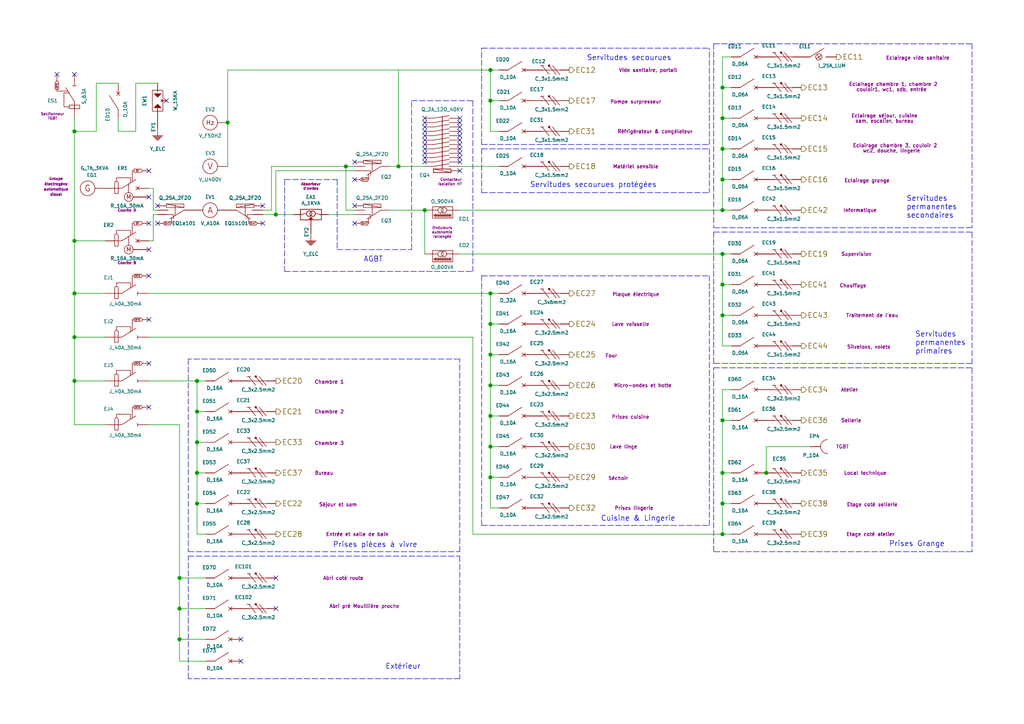
<source format=kicad_sch>
(kicad_sch (version 20220822) (generator eeschema)
  (paper "A4")
  (title_block (title "Exemple librairie elec-unifil") (date "4 jan 2006") (rev "0.3") (comment 1 "Applications pour Electricite"))
  (junction (at 209.55 52.07) (diameter 1.016))
  (junction (at 142.24 120.65) (diameter 1.016))
  (junction (at 57.15 110.49) (diameter 1.016))
  (junction (at 142.24 129.54) (diameter 1.016))
  (junction (at 209.55 121.92) (diameter 1.016))
  (junction (at 57.15 137.16) (diameter 1.016))
  (junction (at 80.01 62.23) (diameter 1.016))
  (junction (at 209.55 25.4) (diameter 1.016))
  (junction (at 21.59 85.09) (diameter 1.016))
  (junction (at 209.55 73.66) (diameter 1.016))
  (junction (at 209.55 154.94) (diameter 1.016))
  (junction (at 209.55 91.44) (diameter 1.016))
  (junction (at 21.59 110.49) (diameter 1.016))
  (junction (at 57.15 128.27) (diameter 1.016))
  (junction (at 21.59 69.85) (diameter 1.016))
  (junction (at 115.57 48.26) (diameter 1.016))
  (junction (at 142.24 102.87) (diameter 1.016))
  (junction (at 142.24 29.21) (diameter 1.016))
  (junction (at 66.04 35.56) (diameter 1.016))
  (junction (at 209.55 43.18) (diameter 1.016))
  (junction (at 21.59 38.1) (diameter 1.016))
  (junction (at 100.33 48.26) (diameter 1.016))
  (junction (at 209.55 82.55) (diameter 1.016))
  (junction (at 142.24 20.32) (diameter 1.016))
  (junction (at 142.24 111.76) (diameter 1.016))
  (junction (at 209.55 146.05) (diameter 1.016))
  (junction (at 21.59 97.79) (diameter 1.016))
  (junction (at 57.15 146.05) (diameter 1.016))
  (junction (at 142.24 138.43) (diameter 1.016))
  (junction (at 142.24 85.09) (diameter 1.016))
  (junction (at 222.25 137.16) (diameter 1.016))
  (junction (at 209.55 34.29) (diameter 1.016))
  (junction (at 123.19 60.96) (diameter 1.016))
  (junction (at 52.07 185.42) (diameter 1.016))
  (junction (at 52.07 167.64) (diameter 1.016))
  (junction (at 57.15 119.38) (diameter 1.016))
  (junction (at 209.55 60.96) (diameter 1.016))
  (junction (at 142.24 93.98) (diameter 1.016))
  (junction (at 52.07 176.53) (diameter 1.016))
  (junction (at 209.55 137.16) (diameter 1.016))
  (no_connect (at 123.19 40.64))
  (no_connect (at 45.72 59.69))
  (no_connect (at 76.2 64.77))
  (no_connect (at 43.18 49.53))
  (no_connect (at 43.18 105.41))
  (no_connect (at 133.35 44.45))
  (no_connect (at 43.18 118.11))
  (no_connect (at 102.87 64.77))
  (no_connect (at 21.59 21.59))
  (no_connect (at 80.01 176.53))
  (no_connect (at 69.85 191.77))
  (no_connect (at 102.87 52.07))
  (no_connect (at 102.87 46.99))
  (no_connect (at 48.26 29.21))
  (no_connect (at 123.19 35.56))
  (no_connect (at 133.35 38.1))
  (no_connect (at 123.19 34.29))
  (no_connect (at 123.19 43.18))
  (no_connect (at 123.19 41.91))
  (no_connect (at 123.19 39.37))
  (no_connect (at 123.19 38.1))
  (no_connect (at 43.18 80.01))
  (no_connect (at 133.35 39.37))
  (no_connect (at 43.18 92.71))
  (no_connect (at 133.35 43.18))
  (no_connect (at 123.19 44.45))
  (no_connect (at 133.35 40.64))
  (no_connect (at 43.18 57.15))
  (no_connect (at 80.01 167.64))
  (no_connect (at 45.72 64.77))
  (no_connect (at 133.35 49.53))
  (no_connect (at 102.87 59.69))
  (no_connect (at 123.19 36.83))
  (no_connect (at 133.35 46.99))
  (no_connect (at 133.35 34.29))
  (no_connect (at 133.35 35.56))
  (no_connect (at 43.18 72.39))
  (no_connect (at 43.18 64.77))
  (no_connect (at 133.35 45.72))
  (no_connect (at 69.85 185.42))
  (no_connect (at 76.2 59.69))
  (no_connect (at 133.35 36.83))
  (no_connect (at 123.19 46.99))
  (no_connect (at 16.51 21.59))
  (no_connect (at 123.19 45.72))
  (no_connect (at 133.35 41.91))
  (wire (pts (xy 21.59 110.49) (xy 30.48 110.49)))
  (wire (pts (xy 209.55 34.29) (xy 212.09 34.29)))
  (wire (pts (xy 21.59 97.79) (xy 21.59 110.49)))
  (wire (pts (xy 212.09 137.16) (xy 209.55 137.16)))
  (wire (pts (xy 142.24 29.21) (xy 142.24 38.1)))
  (wire (pts (xy 57.15 119.38) (xy 57.15 128.27)))
  (wire (pts (xy 21.59 97.79) (xy 30.48 97.79)))
  (wire (pts (xy 142.24 85.09) (xy 144.78 85.09)))
  (wire (pts (xy 142.24 102.87) (xy 144.78 102.87)))
  (wire (pts (xy 100.33 48.26) (xy 100.33 60.96)))
  (polyline (pts (xy 281.94 67.31) (xy 281.94 105.41)) (stroke (width 0) (type dash)))
  (polyline (pts (xy 97.79 72.39) (xy 119.38 72.39)) (stroke (width 0) (type dash)))
  (wire (pts (xy 21.59 38.1) (xy 27.94 38.1)))
  (wire (pts (xy 76.2 62.23) (xy 80.01 62.23)))
  (wire (pts (xy 57.15 137.16) (xy 59.69 137.16)))
  (wire (pts (xy 133.35 60.96) (xy 209.55 60.96)))
  (polyline (pts (xy 82.55 52.07) (xy 97.79 52.07)) (stroke (width 0) (type dash)))
  (wire (pts (xy 142.24 20.32) (xy 144.78 20.32)))
  (wire (pts (xy 44.45 69.85) (xy 44.45 62.23)))
  (wire (pts (xy 142.24 138.43) (xy 144.78 138.43)))
  (wire (pts (xy 209.55 154.94) (xy 212.09 154.94)))
  (wire (pts (xy 43.18 97.79) (xy 137.16 97.79)))
  (wire (pts (xy 21.59 85.09) (xy 30.48 85.09)))
  (wire (pts (xy 44.45 54.61) (xy 44.45 60.96)))
  (wire (pts (xy 59.69 185.42) (xy 52.07 185.42)))
  (wire (pts (xy 95.25 62.23) (xy 102.87 62.23)))
  (polyline (pts (xy 281.94 106.68) (xy 281.94 160.02)) (stroke (width 0) (type dash)))
  (wire (pts (xy 57.15 154.94) (xy 59.69 154.94)))
  (wire (pts (xy 57.15 110.49) (xy 59.69 110.49)))
  (wire (pts (xy 142.24 93.98) (xy 142.24 102.87)))
  (wire (pts (xy 66.04 20.32) (xy 66.04 35.56)))
  (wire (pts (xy 137.16 154.94) (xy 209.55 154.94)))
  (polyline (pts (xy 207.01 67.31) (xy 281.94 67.31)) (stroke (width 0) (type dash)))
  (wire (pts (xy 209.55 52.07) (xy 209.55 60.96)))
  (polyline (pts (xy 139.7 13.97) (xy 205.74 13.97)) (stroke (width 0) (type dash)))
  (wire (pts (xy 57.15 137.16) (xy 57.15 146.05)))
  (wire (pts (xy 34.29 34.29) (xy 34.29 38.1)))
  (wire (pts (xy 80.01 62.23) (xy 85.09 62.23)))
  (polyline (pts (xy 205.74 43.18) (xy 205.74 55.88)) (stroke (width 0) (type dash)))
  (wire (pts (xy 115.57 48.26) (xy 123.19 48.26)))
  (wire (pts (xy 43.18 123.19) (xy 52.07 123.19)))
  (wire (pts (xy 209.55 73.66) (xy 209.55 82.55)))
  (polyline (pts (xy 139.7 55.88) (xy 205.74 55.88)) (stroke (width 0) (type dash)))
  (wire (pts (xy 123.19 60.96) (xy 123.19 73.66)))
  (wire (pts (xy 142.24 111.76) (xy 142.24 120.65)))
  (wire (pts (xy 21.59 110.49) (xy 21.59 123.19)))
  (polyline (pts (xy 133.35 161.29) (xy 133.35 196.85)) (stroke (width 0) (type dash)))
  (wire (pts (xy 209.55 43.18) (xy 209.55 52.07)))
  (polyline (pts (xy 281.94 160.02) (xy 207.01 160.02)) (stroke (width 0) (type dash)))
  (wire (pts (xy 212.09 121.92) (xy 209.55 121.92)))
  (wire (pts (xy 209.55 100.33) (xy 212.09 100.33)))
  (wire (pts (xy 21.59 85.09) (xy 21.59 97.79)))
  (wire (pts (xy 52.07 191.77) (xy 59.69 191.77)))
  (wire (pts (xy 212.09 146.05) (xy 209.55 146.05)))
  (wire (pts (xy 142.24 129.54) (xy 144.78 129.54)))
  (wire (pts (xy 113.03 60.96) (xy 123.19 60.96)))
  (wire (pts (xy 142.24 111.76) (xy 144.78 111.76)))
  (polyline (pts (xy 281.94 12.7) (xy 281.94 66.04)) (stroke (width 0) (type dash)))
  (wire (pts (xy 212.09 113.03) (xy 209.55 113.03)))
  (polyline (pts (xy 54.61 160.02) (xy 133.35 160.02)) (stroke (width 0) (type dash)))
  (wire (pts (xy 209.55 16.51) (xy 209.55 25.4)))
  (wire (pts (xy 209.55 137.16) (xy 209.55 146.05)))
  (wire (pts (xy 59.69 119.38) (xy 57.15 119.38)))
  (wire (pts (xy 34.29 38.1) (xy 39.37 38.1)))
  (wire (pts (xy 27.94 38.1) (xy 27.94 24.13)))
  (wire (pts (xy 142.24 38.1) (xy 144.78 38.1)))
  (wire (pts (xy 21.59 38.1) (xy 21.59 69.85)))
  (polyline (pts (xy 139.7 41.91) (xy 205.74 41.91)) (stroke (width 0) (type dash)))
  (wire (pts (xy 52.07 123.19) (xy 52.07 167.64)))
  (polyline (pts (xy 133.35 196.85) (xy 54.61 196.85)) (stroke (width 0) (type dash)))
  (wire (pts (xy 209.55 121.92) (xy 209.55 137.16)))
  (wire (pts (xy 142.24 85.09) (xy 142.24 93.98)))
  (polyline (pts (xy 207.01 106.68) (xy 281.94 106.68)) (stroke (width 0) (type dash)))
  (wire (pts (xy 209.55 25.4) (xy 212.09 25.4)))
  (wire (pts (xy 222.25 129.54) (xy 222.25 137.16)))
  (polyline (pts (xy 137.16 29.21) (xy 137.16 78.74)) (stroke (width 0) (type dash)))
  (polyline (pts (xy 207.01 105.41) (xy 207.01 67.31)) (stroke (width 0) (type dash)))
  (wire (pts (xy 43.18 110.49) (xy 57.15 110.49)))
  (wire (pts (xy 59.69 176.53) (xy 52.07 176.53)))
  (wire (pts (xy 115.57 20.32) (xy 115.57 48.26)))
  (polyline (pts (xy 207.01 66.04) (xy 281.94 66.04)) (stroke (width 0) (type dash)))
  (wire (pts (xy 137.16 97.79) (xy 137.16 154.94)))
  (wire (pts (xy 66.04 35.56) (xy 66.04 48.26)))
  (polyline (pts (xy 139.7 152.4) (xy 205.74 152.4)) (stroke (width 0) (type dash)))
  (polyline (pts (xy 133.35 160.02) (xy 133.35 104.14)) (stroke (width 0) (type dash)))
  (wire (pts (xy 212.09 16.51) (xy 209.55 16.51)))
  (wire (pts (xy 44.45 62.23) (xy 45.72 62.23)))
  (wire (pts (xy 209.55 91.44) (xy 209.55 100.33)))
  (wire (pts (xy 142.24 29.21) (xy 144.78 29.21)))
  (wire (pts (xy 44.45 60.96) (xy 45.72 60.96)))
  (wire (pts (xy 212.09 82.55) (xy 209.55 82.55)))
  (wire (pts (xy 39.37 38.1) (xy 39.37 24.13)))
  (wire (pts (xy 142.24 129.54) (xy 142.24 138.43)))
  (polyline (pts (xy 207.01 12.7) (xy 207.01 66.04)) (stroke (width 0) (type dash)))
  (wire (pts (xy 57.15 146.05) (xy 59.69 146.05)))
  (wire (pts (xy 21.59 123.19) (xy 30.48 123.19)))
  (wire (pts (xy 78.74 48.26) (xy 100.33 48.26)))
  (wire (pts (xy 209.55 60.96) (xy 212.09 60.96)))
  (wire (pts (xy 76.2 60.96) (xy 78.74 60.96)))
  (wire (pts (xy 27.94 24.13) (xy 34.29 24.13)))
  (wire (pts (xy 133.35 73.66) (xy 209.55 73.66)))
  (polyline (pts (xy 133.35 104.14) (xy 54.61 104.14)) (stroke (width 0) (type dash)))
  (wire (pts (xy 52.07 185.42) (xy 52.07 191.77)))
  (wire (pts (xy 80.01 62.23) (xy 80.01 49.53)))
  (wire (pts (xy 43.18 54.61) (xy 44.45 54.61)))
  (wire (pts (xy 57.15 128.27) (xy 59.69 128.27)))
  (wire (pts (xy 43.18 69.85) (xy 44.45 69.85)))
  (wire (pts (xy 209.55 73.66) (xy 212.09 73.66)))
  (wire (pts (xy 43.18 85.09) (xy 142.24 85.09)))
  (wire (pts (xy 100.33 48.26) (xy 102.87 48.26)))
  (polyline (pts (xy 139.7 152.4) (xy 139.7 80.01)) (stroke (width 0) (type dash)))
  (polyline (pts (xy 54.61 161.29) (xy 133.35 161.29)) (stroke (width 0) (type dash)))
  (wire (pts (xy 80.01 49.53) (xy 102.87 49.53)))
  (wire (pts (xy 57.15 128.27) (xy 57.15 137.16)))
  (polyline (pts (xy 119.38 72.39) (xy 119.38 29.21)) (stroke (width 0) (type dash)))
  (wire (pts (xy 209.55 82.55) (xy 209.55 91.44)))
  (polyline (pts (xy 139.7 43.18) (xy 205.74 43.18)) (stroke (width 0) (type dash)))
  (wire (pts (xy 78.74 60.96) (xy 78.74 48.26)))
  (polyline (pts (xy 281.94 105.41) (xy 207.01 105.41)) (stroke (width 0) (type dash)))
  (wire (pts (xy 142.24 138.43) (xy 142.24 147.32)))
  (polyline (pts (xy 54.61 196.85) (xy 54.61 161.29)) (stroke (width 0) (type dash)))
  (wire (pts (xy 21.59 69.85) (xy 21.59 85.09)))
  (polyline (pts (xy 82.55 52.07) (xy 82.55 78.74)) (stroke (width 0) (type dash)))
  (wire (pts (xy 209.55 146.05) (xy 209.55 154.94)))
  (polyline (pts (xy 205.74 41.91) (xy 205.74 13.97)) (stroke (width 0) (type dash)))
  (wire (pts (xy 57.15 146.05) (xy 57.15 154.94)))
  (polyline (pts (xy 119.38 29.21) (xy 137.16 29.21)) (stroke (width 0) (type dash)))
  (polyline (pts (xy 82.55 78.74) (xy 137.16 78.74)) (stroke (width 0) (type dash)))
  (wire (pts (xy 39.37 24.13) (xy 45.72 24.13)))
  (polyline (pts (xy 205.74 152.4) (xy 205.74 80.01)) (stroke (width 0) (type dash)))
  (polyline (pts (xy 54.61 104.14) (xy 54.61 160.02)) (stroke (width 0) (type dash)))
  (wire (pts (xy 66.04 20.32) (xy 142.24 20.32)))
  (wire (pts (xy 209.55 113.03) (xy 209.55 121.92)))
  (wire (pts (xy 21.59 34.29) (xy 21.59 38.1)))
  (wire (pts (xy 133.35 48.26) (xy 144.78 48.26)))
  (polyline (pts (xy 139.7 80.01) (xy 205.74 80.01)) (stroke (width 0) (type dash)))
  (wire (pts (xy 209.55 34.29) (xy 209.55 43.18)))
  (wire (pts (xy 144.78 93.98) (xy 142.24 93.98)))
  (wire (pts (xy 113.03 48.26) (xy 115.57 48.26)))
  (wire (pts (xy 209.55 43.18) (xy 212.09 43.18)))
  (wire (pts (xy 21.59 69.85) (xy 30.48 69.85)))
  (wire (pts (xy 142.24 147.32) (xy 144.78 147.32)))
  (polyline (pts (xy 207.01 160.02) (xy 207.01 106.68)) (stroke (width 0) (type dash)))
  (wire (pts (xy 142.24 102.87) (xy 142.24 111.76)))
  (wire (pts (xy 142.24 120.65) (xy 142.24 129.54)))
  (wire (pts (xy 59.69 167.64) (xy 52.07 167.64)))
  (wire (pts (xy 57.15 110.49) (xy 57.15 119.38)))
  (wire (pts (xy 100.33 60.96) (xy 102.87 60.96)))
  (polyline (pts (xy 139.7 41.91) (xy 139.7 13.97)) (stroke (width 0) (type dash)))
  (polyline (pts (xy 207.01 12.7) (xy 281.94 12.7)) (stroke (width 0) (type dash)))
  (polyline (pts (xy 97.79 52.07) (xy 97.79 72.39)) (stroke (width 0) (type dash)))
  (wire (pts (xy 52.07 176.53) (xy 52.07 185.42)))
  (wire (pts (xy 209.55 52.07) (xy 212.09 52.07)))
  (wire (pts (xy 52.07 167.64) (xy 52.07 176.53)))
  (wire (pts (xy 212.09 91.44) (xy 209.55 91.44)))
  (wire (pts (xy 234.95 129.54) (xy 222.25 129.54)))
  (polyline (pts (xy 139.7 43.18) (xy 139.7 55.88)) (stroke (width 0) (type dash)))
  (wire (pts (xy 142.24 120.65) (xy 144.78 120.65)))
  (wire (pts (xy 209.55 25.4) (xy 209.55 34.29)))
  (wire (pts (xy 142.24 20.32) (xy 142.24 29.21)))
  (text "Servitudes secourues protégées" (at 153.67 54.61 0) (effects (font (size 1.524 1.524)) (justify left bottom)))
  (text "Extérieur" (at 111.76 194.31 0) (effects (font (size 1.524 1.524)) (justify left bottom)))
  (text "Servitudes\npermanentes\nprimaires" (at 265.43 102.87 0) (effects (font (size 1.524 1.524)) (justify left bottom)))
  (text "Servitudes\npermanentes\nsecondaires" (at 262.89 63.5 0) (effects (font (size 1.524 1.524)) (justify left bottom)))
  (text "Prises Grange" (at 257.81 158.75 0) (effects (font (size 1.524 1.524)) (justify left bottom)))
  (text "Servitudes secourues" (at 170.18 17.78 0) (effects (font (size 1.524 1.524)) (justify left bottom)))
  (text "Cuisine & Lingerie" (at 174.244 151.384 0) (effects (font (size 1.524 1.524)) (justify left bottom)))
  (text "AGBT" (at 105.41 76.2 0) (effects (font (size 1.524 1.524)) (justify left bottom)))
  (text "Prises pièces à vivre" (at 96.52 159.004 0) (effects (font (size 1.524 1.524)) (justify left bottom)))
  (hierarchical_label "EC29" (shape output) (at 165.1 138.43 0) (effects (font (size 1.524 1.524))))
  (hierarchical_label "EC31" (shape output) (at 165.1 38.1 0) (effects (font (size 1.524 1.524))))
  (hierarchical_label "EC43" (shape output) (at 232.41 91.44 0) (effects (font (size 1.524 1.524))))
  (hierarchical_label "EC27" (shape output) (at 165.1 85.09 0) (effects (font (size 1.524 1.524))))
  (hierarchical_label "EC20" (shape output) (at 80.01 110.49 0) (effects (font (size 1.524 1.524))))
  (hierarchical_label "EC41" (shape output) (at 232.41 82.55 0) (effects (font (size 1.524 1.524))))
  (hierarchical_label "EC42" (shape output) (at 232.41 60.96 0) (effects (font (size 1.524 1.524))))
  (hierarchical_label "EC35" (shape output) (at 232.41 137.16 0) (effects (font (size 1.524 1.524))))
  (hierarchical_label "EC36" (shape output) (at 232.41 121.92 0) (effects (font (size 1.524 1.524))))
  (hierarchical_label "EC13" (shape output) (at 232.41 25.4 0) (effects (font (size 1.524 1.524))))
  (hierarchical_label "EC11" (shape output) (at 242.57 16.51 0) (effects (font (size 1.524 1.524))))
  (hierarchical_label "EC14" (shape output) (at 232.41 34.29 0) (effects (font (size 1.524 1.524))))
  (hierarchical_label "EC39" (shape output) (at 232.41 154.94 0) (effects (font (size 1.524 1.524))))
  (hierarchical_label "EC18" (shape output) (at 165.1 48.26 0) (effects (font (size 1.524 1.524))))
  (hierarchical_label "EC25" (shape output) (at 165.1 102.87 0) (effects (font (size 1.524 1.524))))
  (hierarchical_label "EC12" (shape output) (at 165.1 20.32 0) (effects (font (size 1.524 1.524))))
  (hierarchical_label "EC26" (shape output) (at 165.1 111.76 0) (effects (font (size 1.524 1.524))))
  (hierarchical_label "EC33" (shape output) (at 80.01 128.27 0) (effects (font (size 1.524 1.524))))
  (hierarchical_label "EC44" (shape output) (at 232.41 100.33 0) (effects (font (size 1.524 1.524))))
  (hierarchical_label "EC19" (shape output) (at 232.41 73.66 0) (effects (font (size 1.524 1.524))))
  (hierarchical_label "EC17" (shape output) (at 165.1 29.21 0) (effects (font (size 1.524 1.524))))
  (hierarchical_label "EC28" (shape output) (at 80.01 154.94 0) (effects (font (size 1.524 1.524))))
  (hierarchical_label "EC24" (shape output) (at 165.1 93.98 0) (effects (font (size 1.524 1.524))))
  (hierarchical_label "EC38" (shape output) (at 232.41 146.05 0) (effects (font (size 1.524 1.524))))
  (hierarchical_label "EC30" (shape output) (at 165.1 129.54 0) (effects (font (size 1.524 1.524))))
  (hierarchical_label "EC15" (shape output) (at 232.41 43.18 0) (effects (font (size 1.524 1.524))))
  (hierarchical_label "EC32" (shape output) (at 165.1 147.32 0) (effects (font (size 1.524 1.524))))
  (hierarchical_label "EC37" (shape output) (at 80.01 137.16 0) (effects (font (size 1.524 1.524))))
  (hierarchical_label "EC34" (shape output) (at 232.41 113.03 0) (effects (font (size 1.524 1.524))))
  (hierarchical_label "EC23" (shape output) (at 165.1 120.65 0) (effects (font (size 1.524 1.524))))
  (hierarchical_label "EC16" (shape output) (at 232.41 52.07 0) (effects (font (size 1.524 1.524))))
  (hierarchical_label "EC21" (shape output) (at 80.01 119.38 0) (effects (font (size 1.524 1.524))))
  (hierarchical_label "EC22" (shape output) (at 80.01 146.05 0) (effects (font (size 1.524 1.524))))
  (symbol (lib_id "elec-unifil:D_10A") (at 34.29 29.21 90) (unit 1)
    (default_instance (reference "") (unit 1) (value "") (footprint ""))
    (property "Reference" "ED10" (at 31.242 33.274 0) (effects (font (size 1.016 1.016))))
    (property "Value" "D_10A" (at 36.322 31.75 0) (effects (font (size 1.016 1.016))))
  )
  (symbol (lib_id "elec-unifil:W_15KA") (at 45.72 29.21 90) (unit 1)
    (default_instance (reference "") (unit 1) (value "") (footprint ""))
    (property "Reference" "EW1" (at 41.91 29.21 0) (effects (font (size 1.016 1.016))))
    (property "Value" "W_15KA" (at 50.8 29.21 0) (effects (font (size 1.016 1.016))))
  )
  (symbol (lib_name "elec-unifil:Y_ELC_1") (lib_id "elec-unifil:Y_ELC") (at 45.72 39.37 90) (unit 1)
    (default_instance (reference "") (unit 1) (value "") (footprint ""))
    (property "Reference" "EY1" (at 44.45 36.83 0) (effects (font (size 1.016 1.016))))
    (property "Value" "Y_ELC" (at 45.72 43.18 90) (effects (font (size 1.016 1.016))))
  )
  (symbol (lib_id "elec-unifil:S_63A") (at 21.59 27.94 90) (unit 1)
    (default_instance (reference "") (unit 1) (value "") (footprint ""))
    (property "Reference" "ES1" (at 15.24 29.21 90) (effects (font (size 1.016 1.016))))
    (property "Value" "S_63A" (at 24.384 27.94 0) (effects (font (size 1.016 1.016))))
    (property "Footprint" "Sectionneur" (at 15.24 33.02 90) (effects (font (size 0.762 0.762))))
    (property "Datasheet" "TGBT" (at 15.24 34.29 90) (effects (font (size 0.762 0.762))))
  )
  (symbol (lib_id "elec-unifil:G_Th_3KVA") (at 25.4 54.61 0) (unit 1)
    (default_instance (reference "") (unit 1) (value "") (footprint ""))
    (property "Reference" "EG1" (at 26.67 50.8 0) (effects (font (size 1.016 1.016))))
    (property "Value" "G_Th_3KVA" (at 27.432 48.768 0) (effects (font (size 1.016 1.016))))
    (property "Footprint" "Groupe" (at 16.256 51.816 0) (effects (font (size 0.762 0.762))))
    (property "Datasheet" "électrogène" (at 16.256 53.34 0) (effects (font (size 0.762 0.762))))
    (property "Champ4" "automatique" (at 16.256 54.864 0) (effects (font (size 0.762 0.762))))
    (property "Champ5" "diesel" (at 16.256 56.388 0) (effects (font (size 0.762 0.762))))
  )
  (symbol (lib_id "elec-unifil:R_16A_30mA") (at 36.83 54.61 0) (unit 1)
    (default_instance (reference "") (unit 1) (value "") (footprint ""))
    (property "Reference" "ER1" (at 35.56 48.768 0) (effects (font (size 1.016 1.016))))
    (property "Value" "R_16A_30mA" (at 36.83 59.69 0) (effects (font (size 1.016 1.016))))
    (property "Footprint" "Courbe D" (at 36.83 60.96 0) (effects (font (size 0.762 0.762))))
  )
  (symbol (lib_id "elec-unifil:R_16A_30mA") (at 36.83 69.85 0) (unit 1)
    (default_instance (reference "") (unit 1) (value "") (footprint ""))
    (property "Reference" "ER2" (at 31.496 65.278 0) (effects (font (size 1.016 1.016))))
    (property "Value" "R_16A_30mA" (at 36.83 74.93 0) (effects (font (size 1.016 1.016))))
    (property "Footprint" "Courbe B" (at 36.83 76.2 0) (effects (font (size 0.762 0.762))))
  )
  (symbol (lib_id "elec-unifil:J_40A_30mA") (at 36.83 85.09 0) (unit 1)
    (default_instance (reference "") (unit 1) (value "") (footprint ""))
    (property "Reference" "EJ1" (at 31.496 80.518 0) (effects (font (size 1.016 1.016))))
    (property "Value" "J_40A_30mA" (at 36.322 88.138 0) (effects (font (size 1.016 1.016))))
  )
  (symbol (lib_id "elec-unifil:J_40A_30mA") (at 36.83 97.79 0) (unit 1)
    (default_instance (reference "") (unit 1) (value "") (footprint ""))
    (property "Reference" "EJ2" (at 31.496 93.218 0) (effects (font (size 1.016 1.016))))
    (property "Value" "J_40A_30mA" (at 36.322 100.838 0) (effects (font (size 1.016 1.016))))
  )
  (symbol (lib_id "elec-unifil:J_40A_30mA") (at 36.83 110.49 0) (unit 1)
    (default_instance (reference "") (unit 1) (value "") (footprint ""))
    (property "Reference" "EJ3" (at 31.496 105.918 0) (effects (font (size 1.016 1.016))))
    (property "Value" "J_40A_30mA" (at 36.322 113.538 0) (effects (font (size 1.016 1.016))))
  )
  (symbol (lib_id "elec-unifil:J_40A_30mA") (at 36.83 123.19 0) (unit 1)
    (default_instance (reference "") (unit 1) (value "") (footprint ""))
    (property "Reference" "EJ4" (at 31.496 118.618 0) (effects (font (size 1.016 1.016))))
    (property "Value" "J_40A_30mA" (at 36.322 126.238 0) (effects (font (size 1.016 1.016))))
  )
  (symbol (lib_name "elec-unifil:Q_25A_2F2O_1") (lib_id "elec-unifil:Q_25A_2F2O") (at 50.8 60.96 180) (unit 1)
    (default_instance (reference "") (unit 1) (value "") (footprint ""))
    (property "Reference" "EQ1a101" (at 53.34 64.77 0) (effects (font (size 1.016 1.016))))
    (property "Value" "Q_25A_2F2O" (at 50.8 57.404 0) (effects (font (size 1.016 1.016))))
  )
  (symbol (lib_id "elec-unifil:V_A10A") (at 60.96 60.96 0) (unit 1)
    (default_instance (reference "") (unit 1) (value "") (footprint ""))
    (property "Reference" "EV1" (at 60.96 57.15 0) (effects (font (size 1.016 1.016))))
    (property "Value" "V_A10A" (at 60.96 64.77 0) (effects (font (size 1.016 1.016))))
  )
  (symbol (lib_id "elec-unifil:Q_25A_2F2O") (at 71.12 60.96 0) (mirror x) (unit 1)
    (default_instance (reference "") (unit 1) (value "") (footprint ""))
    (property "Reference" "EQ1b101" (at 68.58 64.77 0) (effects (font (size 1.016 1.016))))
    (property "Value" "Q_25A_2F2O" (at 71.12 57.404 0) (effects (font (size 1.016 1.016))))
  )
  (symbol (lib_name "elec-unifil:Q_25A_2F2O_3") (lib_id "elec-unifil:Q_25A_2F2O") (at 107.95 60.96 180) (unit 1)
    (default_instance (reference "") (unit 1) (value "") (footprint ""))
    (property "Reference" "EQ3" (at 112.014 64.008 0) (effects (font (size 1.016 1.016))))
    (property "Value" "Q_25A_2F2O" (at 107.95 57.404 0) (effects (font (size 1.016 1.016))))
  )
  (symbol (lib_name "elec-unifil:Q_25A_2F2O_2") (lib_id "elec-unifil:Q_25A_2F2O") (at 107.95 48.26 180) (unit 1)
    (default_instance (reference "") (unit 1) (value "") (footprint ""))
    (property "Reference" "EQ2" (at 112.014 51.308 0) (effects (font (size 1.016 1.016))))
    (property "Value" "Q_25A_2F2O" (at 107.95 44.704 0) (effects (font (size 1.016 1.016))))
  )
  (symbol (lib_id "elec-unifil:A_1KVA") (at 90.17 62.23 0) (unit 1)
    (default_instance (reference "") (unit 1) (value "") (footprint ""))
    (property "Reference" "EA1" (at 90.17 57.15 0) (effects (font (size 1.016 1.016))))
    (property "Value" "A_1KVA" (at 90.17 58.928 0) (effects (font (size 1.016 1.016))))
    (property "Footprint" "Absorbeur" (at 90.17 53.34 0) (effects (font (size 0.762 0.762))))
    (property "Datasheet" "d'ondes" (at 90.17 54.61 0) (effects (font (size 0.762 0.762))))
  )
  (symbol (lib_id "elec-unifil:Y_ELC") (at 90.17 69.85 90) (unit 1)
    (default_instance (reference "") (unit 1) (value "") (footprint ""))
    (property "Reference" "EY2" (at 88.9 67.31 0) (effects (font (size 1.016 1.016))))
    (property "Value" "Y_ELC" (at 90.17 73.66 90) (effects (font (size 1.016 1.016))))
  )
  (symbol (lib_id "elec-unifil:V_U400V") (at 60.96 48.26 0) (unit 1)
    (default_instance (reference "") (unit 1) (value "") (footprint ""))
    (property "Reference" "EV3" (at 60.96 44.45 0) (effects (font (size 1.016 1.016))))
    (property "Value" "V_U400V" (at 60.96 52.07 0) (effects (font (size 1.016 1.016))))
  )
  (symbol (lib_id "elec-unifil:V_F50Hz") (at 60.96 35.56 0) (unit 1)
    (default_instance (reference "") (unit 1) (value "") (footprint ""))
    (property "Reference" "EV2" (at 60.96 31.75 0) (effects (font (size 1.016 1.016))))
    (property "Value" "V_F50HZ" (at 60.96 39.37 0) (effects (font (size 1.016 1.016))))
  )
  (symbol (lib_id "elec-unifil:Q_2A_12O_40KV") (at 128.27 34.29 0) (unit 1)
    (default_instance (reference "") (unit 1) (value "") (footprint ""))
    (property "Reference" "EQ4" (at 123.19 50.8 0) (effects (font (size 1.016 1.016))))
    (property "Value" "Q_2A_12O_40KV" (at 128.27 31.75 0) (effects (font (size 1.016 1.016))))
    (property "Footprint" "Contacteur" (at 130.81 52.07 0) (effects (font (size 0.762 0.762))))
    (property "Datasheet" "isolation HT " (at 130.81 53.34 0) (effects (font (size 0.762 0.762))))
  )
  (symbol (lib_id "elec-unifil:O_900VA") (at 128.27 60.96 0) (unit 1)
    (default_instance (reference "") (unit 1) (value "") (footprint ""))
    (property "Reference" "EO1" (at 134.62 63.5 0) (effects (font (size 1.016 1.016))))
    (property "Value" "O_900VA" (at 128.27 58.42 0) (effects (font (size 1.016 1.016))))
    (property "Footprint" "Onduleurs" (at 128.27 66.04 0) (effects (font (size 0.762 0.762))))
    (property "Datasheet" "autonomie" (at 128.27 67.31 0) (effects (font (size 0.762 0.762))))
    (property "Champ4" "rallongée" (at 128.27 68.58 0) (effects (font (size 0.762 0.762))))
  )
  (symbol (lib_id "elec-unifil:O_600VA") (at 128.27 73.66 0) (unit 1)
    (default_instance (reference "") (unit 1) (value "") (footprint ""))
    (property "Reference" "EO2" (at 134.62 71.12 0) (effects (font (size 1.016 1.016))))
    (property "Value" "O_600VA" (at 128.27 77.47 0) (effects (font (size 1.016 1.016))))
  )
  (symbol (lib_id "elec-unifil:D_10A") (at 64.77 167.64 0) (unit 1)
    (default_instance (reference "") (unit 1) (value "") (footprint ""))
    (property "Reference" "ED70" (at 60.706 164.592 0) (effects (font (size 1.016 1.016))))
    (property "Value" "D_10A" (at 62.23 169.672 0) (effects (font (size 1.016 1.016))))
    (property "Footprint" "Abri coté route" (at 99.568 167.64 0) (effects (font (size 1.016 1.016))))
  )
  (symbol (lib_id "elec-unifil:D_10A") (at 64.77 176.53 0) (unit 1)
    (default_instance (reference "") (unit 1) (value "") (footprint ""))
    (property "Reference" "ED71" (at 60.706 173.482 0) (effects (font (size 1.016 1.016))))
    (property "Value" "D_10A" (at 62.23 178.562 0) (effects (font (size 1.016 1.016))))
    (property "Footprint" "Abri pré Mouillière proche" (at 105.664 175.768 0) (effects (font (size 1.016 1.016))))
  )
  (symbol (lib_id "elec-unifil:D_10A") (at 64.77 185.42 0) (unit 1)
    (default_instance (reference "") (unit 1) (value "") (footprint ""))
    (property "Reference" "ED72" (at 60.706 182.372 0) (effects (font (size 1.016 1.016))))
    (property "Value" "D_10A" (at 62.23 187.452 0) (effects (font (size 1.016 1.016))))
  )
  (symbol (lib_id "elec-unifil:D_10A") (at 64.77 191.77 0) (unit 1)
    (default_instance (reference "") (unit 1) (value "") (footprint ""))
    (property "Reference" "ED73" (at 60.706 188.722 0) (effects (font (size 1.016 1.016))))
    (property "Value" "D_10A" (at 62.23 193.802 0) (effects (font (size 1.016 1.016))))
  )
  (symbol (lib_id "elec-unifil:D_06A") (at 217.17 43.18 0) (unit 1)
    (default_instance (reference "") (unit 1) (value "") (footprint ""))
    (property "Reference" "ED14" (at 213.106 40.132 0) (effects (font (size 1.016 1.016))))
    (property "Value" "D_06A" (at 214.63 45.212 0) (effects (font (size 1.016 1.016))))
    (property "Footprint" "Eclairage chambre 3, couloir 2" (at 259.588 42.164 0) (effects (font (size 1.016 1.016))))
    (property "Datasheet" "wc2, douche, lingerie" (at 258.572 43.688 0) (effects (font (size 1.016 1.016))))
  )
  (symbol (lib_id "elec-unifil:D_06A") (at 217.17 34.29 0) (unit 1)
    (default_instance (reference "") (unit 1) (value "") (footprint ""))
    (property "Reference" "ED13" (at 213.106 31.242 0) (effects (font (size 1.016 1.016))))
    (property "Value" "D_06A" (at 214.63 36.322 0) (effects (font (size 1.016 1.016))))
    (property "Footprint" "Eclairage séjour, cuisine" (at 256.54 33.528 0) (effects (font (size 1.016 1.016))))
    (property "Datasheet" "sam, escalier, bureau" (at 256.54 35.052 0) (effects (font (size 1.016 1.016))))
  )
  (symbol (lib_id "elec-unifil:D_06A") (at 217.17 60.96 0) (unit 1)
    (default_instance (reference "") (unit 1) (value "") (footprint ""))
    (property "Reference" "ED16" (at 213.106 57.912 0) (effects (font (size 1.016 1.016))))
    (property "Value" "D_06A" (at 214.63 62.992 0) (effects (font (size 1.016 1.016))))
    (property "Footprint" "Informatique" (at 249.428 60.96 0) (effects (font (size 1.016 1.016))))
  )
  (symbol (lib_id "elec-unifil:D_06A") (at 217.17 52.07 0) (unit 1)
    (default_instance (reference "") (unit 1) (value "") (footprint ""))
    (property "Reference" "ED15" (at 213.106 49.022 0) (effects (font (size 1.016 1.016))))
    (property "Value" "D_06A" (at 214.63 54.102 0) (effects (font (size 1.016 1.016))))
    (property "Footprint" "Eclairage grange" (at 251.46 52.324 0) (effects (font (size 1.016 1.016))))
  )
  (symbol (lib_id "elec-unifil:D_32A") (at 149.86 85.09 0) (unit 1)
    (default_instance (reference "") (unit 1) (value "") (footprint ""))
    (property "Reference" "ED40" (at 145.796 82.042 0) (effects (font (size 1.016 1.016))))
    (property "Value" "D_32A" (at 147.32 87.122 0) (effects (font (size 1.016 1.016))))
    (property "Footprint" "Plaque électrique" (at 184.404 85.344 0) (effects (font (size 1.016 1.016))))
  )
  (symbol (lib_id "elec-unifil:D_16A") (at 149.86 93.98 0) (unit 1)
    (default_instance (reference "") (unit 1) (value "") (footprint ""))
    (property "Reference" "ED41" (at 145.796 90.932 0) (effects (font (size 1.016 1.016))))
    (property "Value" "D_16A" (at 147.32 96.012 0) (effects (font (size 1.016 1.016))))
    (property "Footprint" "Lave vaisselle" (at 182.88 93.98 0) (effects (font (size 1.016 1.016))))
  )
  (symbol (lib_id "elec-unifil:D_16A") (at 149.86 102.87 0) (unit 1)
    (default_instance (reference "") (unit 1) (value "") (footprint ""))
    (property "Reference" "ED42" (at 145.796 99.822 0) (effects (font (size 1.016 1.016))))
    (property "Value" "D_16A" (at 147.32 104.902 0) (effects (font (size 1.016 1.016))))
    (property "Footprint" "Four" (at 177.292 103.124 0) (effects (font (size 1.016 1.016))))
  )
  (symbol (lib_id "elec-unifil:D_10A") (at 149.86 111.76 0) (unit 1)
    (default_instance (reference "") (unit 1) (value "") (footprint ""))
    (property "Reference" "ED43" (at 145.796 108.712 0) (effects (font (size 1.016 1.016))))
    (property "Value" "D_10A" (at 147.32 113.792 0) (effects (font (size 1.016 1.016))))
    (property "Footprint" "Micro-ondes et hotte" (at 186.436 111.76 0) (effects (font (size 1.016 1.016))))
  )
  (symbol (lib_id "elec-unifil:D_10A") (at 149.86 120.65 0) (unit 1)
    (default_instance (reference "") (unit 1) (value "") (footprint ""))
    (property "Reference" "ED44" (at 145.796 117.602 0) (effects (font (size 1.016 1.016))))
    (property "Value" "D_10A" (at 147.32 122.682 0) (effects (font (size 1.016 1.016))))
    (property "Footprint" "Prises cuisine" (at 182.88 120.904 0) (effects (font (size 1.016 1.016))))
  )
  (symbol (lib_id "elec-unifil:D_16A") (at 149.86 129.54 0) (unit 1)
    (default_instance (reference "") (unit 1) (value "") (footprint ""))
    (property "Reference" "ED45" (at 145.796 126.492 0) (effects (font (size 1.016 1.016))))
    (property "Value" "D_16A" (at 147.32 131.572 0) (effects (font (size 1.016 1.016))))
    (property "Footprint" "Lave linge" (at 180.848 129.54 0) (effects (font (size 1.016 1.016))))
  )
  (symbol (lib_id "elec-unifil:D_16A") (at 149.86 138.43 0) (unit 1)
    (default_instance (reference "") (unit 1) (value "") (footprint ""))
    (property "Reference" "ED46" (at 145.796 135.382 0) (effects (font (size 1.016 1.016))))
    (property "Value" "D_16A" (at 147.32 140.462 0) (effects (font (size 1.016 1.016))))
    (property "Footprint" "Séchoir" (at 179.324 138.684 0) (effects (font (size 1.016 1.016))))
  )
  (symbol (lib_id "elec-unifil:D_10A") (at 149.86 147.32 0) (unit 1)
    (default_instance (reference "") (unit 1) (value "") (footprint ""))
    (property "Reference" "ED47" (at 145.796 144.272 0) (effects (font (size 1.016 1.016))))
    (property "Value" "D_10A" (at 147.32 149.352 0) (effects (font (size 1.016 1.016))))
    (property "Footprint" "Prises lingerie" (at 183.896 147.32 0) (effects (font (size 1.016 1.016))))
  )
  (symbol (lib_id "elec-unifil:D_16A") (at 217.17 113.03 0) (unit 1)
    (default_instance (reference "") (unit 1) (value "") (footprint ""))
    (property "Reference" "ED60" (at 213.106 109.982 0) (effects (font (size 1.016 1.016))))
    (property "Value" "D_16A" (at 214.63 115.062 0) (effects (font (size 1.016 1.016))))
    (property "Footprint" "Atelier" (at 246.38 113.03 0) (effects (font (size 1.016 1.016))))
  )
  (symbol (lib_id "elec-unifil:D_16A") (at 64.77 119.38 0) (unit 1)
    (default_instance (reference "") (unit 1) (value "") (footprint ""))
    (property "Reference" "ED51" (at 60.706 116.332 0) (effects (font (size 1.016 1.016))))
    (property "Value" "D_16A" (at 62.23 121.412 0) (effects (font (size 1.016 1.016))))
    (property "Footprint" "Chambre 2" (at 95.504 119.38 0) (effects (font (size 1.016 1.016))))
  )
  (symbol (lib_id "elec-unifil:D_16A") (at 64.77 128.27 0) (unit 1)
    (default_instance (reference "") (unit 1) (value "") (footprint ""))
    (property "Reference" "ED52" (at 60.706 125.222 0) (effects (font (size 1.016 1.016))))
    (property "Value" "D_16A" (at 62.23 130.302 0) (effects (font (size 1.016 1.016))))
    (property "Footprint" "Chambre 3" (at 95.504 128.524 0) (effects (font (size 1.016 1.016))))
  )
  (symbol (lib_id "elec-unifil:D_16A") (at 64.77 137.16 0) (unit 1)
    (default_instance (reference "") (unit 1) (value "") (footprint ""))
    (property "Reference" "ED53" (at 60.706 134.112 0) (effects (font (size 1.016 1.016))))
    (property "Value" "D_16A" (at 62.23 139.192 0) (effects (font (size 1.016 1.016))))
    (property "Footprint" "Bureau" (at 93.98 137.16 0) (effects (font (size 1.016 1.016))))
  )
  (symbol (lib_id "elec-unifil:D_16A") (at 217.17 154.94 0) (unit 1)
    (default_instance (reference "") (unit 1) (value "") (footprint ""))
    (property "Reference" "ED64" (at 213.106 151.892 0) (effects (font (size 1.016 1.016))))
    (property "Value" "D_16A" (at 214.63 156.972 0) (effects (font (size 1.016 1.016))))
    (property "Footprint" "Etage coté atelier" (at 252.476 154.94 0) (effects (font (size 1.016 1.016))))
  )
  (symbol (lib_id "elec-unifil:D_16A") (at 64.77 154.94 0) (unit 1)
    (default_instance (reference "") (unit 1) (value "") (footprint ""))
    (property "Reference" "ED55" (at 60.706 151.892 0) (effects (font (size 1.016 1.016))))
    (property "Value" "D_16A" (at 62.23 156.972 0) (effects (font (size 1.016 1.016))))
    (property "Footprint" "Entrée et salle de bain" (at 103.632 154.94 0) (effects (font (size 1.016 1.016))))
  )
  (symbol (lib_id "elec-unifil:C_3x1.5mm2") (at 160.02 20.32 0) (unit 1)
    (default_instance (reference "") (unit 1) (value "") (footprint ""))
    (property "Reference" "EC12" (at 156.21 17.78 0) (effects (font (size 1.016 1.016))))
    (property "Value" "C_3x1.5mm2" (at 160.02 22.86 0) (effects (font (size 1.016 1.016))))
  )
  (symbol (lib_id "elec-unifil:C_3x1.5mm2") (at 227.33 16.51 0) (unit 1)
    (default_instance (reference "") (unit 1) (value "") (footprint ""))
    (property "Reference" "EC11" (at 223.012 13.208 0) (effects (font (size 1.016 1.016))))
    (property "Value" "C_3x1.5mm2" (at 227.33 19.05 0) (effects (font (size 1.016 1.016))))
  )
  (symbol (lib_id "elec-unifil:C_3x1.5mm2") (at 227.33 82.55 0) (unit 1)
    (default_instance (reference "") (unit 1) (value "") (footprint ""))
    (property "Reference" "EC41" (at 223.012 79.248 0) (effects (font (size 1.016 1.016))))
    (property "Value" "C_3x1.5mm2" (at 227.33 85.09 0) (effects (font (size 1.016 1.016))))
  )
  (symbol (lib_id "elec-unifil:I_25A_LUM") (at 237.49 16.51 0) (unit 1)
    (default_instance (reference "") (unit 1) (value "") (footprint ""))
    (property "Reference" "EI11" (at 233.426 13.462 0) (effects (font (size 1.016 1.016))))
    (property "Value" "I_25A_LUM" (at 241.3 19.05 0) (effects (font (size 1.016 1.016))))
  )
  (symbol (lib_id "elec-unifil:C_3x1.5mm2") (at 160.02 29.21 0) (unit 1)
    (default_instance (reference "") (unit 1) (value "") (footprint ""))
    (property "Reference" "EC17" (at 155.702 25.908 0) (effects (font (size 1.016 1.016))))
    (property "Value" "C_3x1.5mm2" (at 160.02 31.75 0) (effects (font (size 1.016 1.016))))
  )
  (symbol (lib_id "elec-unifil:C_3x1.5mm2") (at 160.02 38.1 0) (unit 1)
    (default_instance (reference "") (unit 1) (value "") (footprint ""))
    (property "Reference" "EC31" (at 155.702 34.798 0) (effects (font (size 1.016 1.016))))
    (property "Value" "C_3x1.5mm2" (at 160.02 40.64 0) (effects (font (size 1.016 1.016))))
  )
  (symbol (lib_id "elec-unifil:C_3x1.5mm2") (at 160.02 48.26 0) (unit 1)
    (default_instance (reference "") (unit 1) (value "") (footprint ""))
    (property "Reference" "EC18" (at 155.702 44.958 0) (effects (font (size 1.016 1.016))))
    (property "Value" "C_3x1.5mm2" (at 160.02 50.8 0) (effects (font (size 1.016 1.016))))
  )
  (symbol (lib_id "elec-unifil:C_3x1.5mm2") (at 227.33 25.4 0) (unit 1)
    (default_instance (reference "") (unit 1) (value "") (footprint ""))
    (property "Reference" "EC13" (at 223.012 22.098 0) (effects (font (size 1.016 1.016))))
    (property "Value" "C_3x1.5mm2" (at 227.33 27.94 0) (effects (font (size 1.016 1.016))))
  )
  (symbol (lib_id "elec-unifil:C_3x1.5mm2") (at 227.33 34.29 0) (unit 1)
    (default_instance (reference "") (unit 1) (value "") (footprint ""))
    (property "Reference" "EC14" (at 223.012 30.988 0) (effects (font (size 1.016 1.016))))
    (property "Value" "C_3x1.5mm2" (at 227.33 36.83 0) (effects (font (size 1.016 1.016))))
  )
  (symbol (lib_id "elec-unifil:C_3x1.5mm2") (at 227.33 43.18 0) (unit 1)
    (default_instance (reference "") (unit 1) (value "") (footprint ""))
    (property "Reference" "EC15" (at 223.012 39.878 0) (effects (font (size 1.016 1.016))))
    (property "Value" "C_3x1.5mm2" (at 227.33 45.72 0) (effects (font (size 1.016 1.016))))
  )
  (symbol (lib_id "elec-unifil:C_3x1.5mm2") (at 227.33 52.07 0) (unit 1)
    (default_instance (reference "") (unit 1) (value "") (footprint ""))
    (property "Reference" "EC16" (at 223.012 48.768 0) (effects (font (size 1.016 1.016))))
    (property "Value" "C_3x1.5mm2" (at 227.33 54.61 0) (effects (font (size 1.016 1.016))))
  )
  (symbol (lib_id "elec-unifil:C_3x1.5mm2") (at 227.33 60.96 0) (unit 1)
    (default_instance (reference "") (unit 1) (value "") (footprint ""))
    (property "Reference" "EC42" (at 223.012 57.658 0) (effects (font (size 1.016 1.016))))
    (property "Value" "C_3x1.5mm2" (at 227.33 63.5 0) (effects (font (size 1.016 1.016))))
  )
  (symbol (lib_id "elec-unifil:C_3x1.5mm2") (at 227.33 91.44 0) (unit 1)
    (default_instance (reference "") (unit 1) (value "") (footprint ""))
    (property "Reference" "EC43" (at 223.012 88.138 0) (effects (font (size 1.016 1.016))))
    (property "Value" "C_3x1.5mm2" (at 227.33 93.98 0) (effects (font (size 1.016 1.016))))
  )
  (symbol (lib_id "elec-unifil:C_3x1.5mm2") (at 227.33 73.66 0) (unit 1)
    (default_instance (reference "") (unit 1) (value "") (footprint ""))
    (property "Reference" "EC19" (at 223.012 70.358 0) (effects (font (size 1.016 1.016))))
    (property "Value" "C_3x1.5mm2" (at 227.33 76.2 0) (effects (font (size 1.016 1.016))))
  )
  (symbol (lib_id "elec-unifil:C_3x1.5mm2") (at 227.33 100.33 0) (unit 1)
    (default_instance (reference "") (unit 1) (value "") (footprint ""))
    (property "Reference" "EC44" (at 223.012 97.028 0) (effects (font (size 1.016 1.016))))
    (property "Value" "C_3x1.5mm2" (at 227.33 102.87 0) (effects (font (size 1.016 1.016))))
  )
  (symbol (lib_id "elec-unifil:C_3x2.5mm2") (at 227.33 113.03 0) (unit 1)
    (default_instance (reference "") (unit 1) (value "") (footprint ""))
    (property "Reference" "EC34" (at 223.012 109.728 0) (effects (font (size 1.016 1.016))))
    (property "Value" "C_3x2.5mm2" (at 227.33 115.57 0) (effects (font (size 1.016 1.016))))
  )
  (symbol (lib_id "elec-unifil:C_3x2.5mm2") (at 227.33 121.92 0) (unit 1)
    (default_instance (reference "") (unit 1) (value "") (footprint ""))
    (property "Reference" "EC36" (at 223.012 118.618 0) (effects (font (size 1.016 1.016))))
    (property "Value" "C_3x2.5mm2" (at 227.33 124.46 0) (effects (font (size 1.016 1.016))))
  )
  (symbol (lib_id "elec-unifil:C_3x2.5mm2") (at 227.33 137.16 0) (unit 1)
    (default_instance (reference "") (unit 1) (value "") (footprint ""))
    (property "Reference" "EC35" (at 226.06 133.096 0) (effects (font (size 1.016 1.016))))
    (property "Value" "C_3x2.5mm2" (at 227.33 139.7 0) (effects (font (size 1.016 1.016))))
  )
  (symbol (lib_id "elec-unifil:C_3x2.5mm2") (at 227.33 146.05 0) (unit 1)
    (default_instance (reference "") (unit 1) (value "") (footprint ""))
    (property "Reference" "EC38" (at 223.012 142.748 0) (effects (font (size 1.016 1.016))))
    (property "Value" "C_3x2.5mm2" (at 227.33 148.59 0) (effects (font (size 1.016 1.016))))
  )
  (symbol (lib_id "elec-unifil:C_3x2.5mm2") (at 227.33 154.94 0) (unit 1)
    (default_instance (reference "") (unit 1) (value "") (footprint ""))
    (property "Reference" "EC39" (at 223.012 151.638 0) (effects (font (size 1.016 1.016))))
    (property "Value" "C_3x2.5mm2" (at 227.33 157.48 0) (effects (font (size 1.016 1.016))))
  )
  (symbol (lib_id "elec-unifil:C_3x2.5mm2") (at 160.02 93.98 0) (unit 1)
    (default_instance (reference "") (unit 1) (value "") (footprint ""))
    (property "Reference" "EC24" (at 155.702 90.678 0) (effects (font (size 1.016 1.016))))
    (property "Value" "C_3x2.5mm2" (at 160.02 96.52 0) (effects (font (size 1.016 1.016))))
  )
  (symbol (lib_id "elec-unifil:C_3x2.5mm2") (at 160.02 102.87 0) (unit 1)
    (default_instance (reference "") (unit 1) (value "") (footprint ""))
    (property "Reference" "EC25" (at 155.702 99.568 0) (effects (font (size 1.016 1.016))))
    (property "Value" "C_3x2.5mm2" (at 160.02 105.41 0) (effects (font (size 1.016 1.016))))
  )
  (symbol (lib_id "elec-unifil:C_3x2.5mm2") (at 160.02 111.76 0) (unit 1)
    (default_instance (reference "") (unit 1) (value "") (footprint ""))
    (property "Reference" "EC26" (at 155.702 108.458 0) (effects (font (size 1.016 1.016))))
    (property "Value" "C_3x2.5mm2" (at 160.02 114.3 0) (effects (font (size 1.016 1.016))))
  )
  (symbol (lib_id "elec-unifil:C_3x2.5mm2") (at 160.02 120.65 0) (unit 1)
    (default_instance (reference "") (unit 1) (value "") (footprint ""))
    (property "Reference" "EC23" (at 155.702 117.348 0) (effects (font (size 1.016 1.016))))
    (property "Value" "C_3x2.5mm2" (at 160.02 123.19 0) (effects (font (size 1.016 1.016))))
  )
  (symbol (lib_id "elec-unifil:C_3x2.5mm2") (at 160.02 129.54 0) (unit 1)
    (default_instance (reference "") (unit 1) (value "") (footprint ""))
    (property "Reference" "EC30" (at 155.702 126.238 0) (effects (font (size 1.016 1.016))))
    (property "Value" "C_3x2.5mm2" (at 160.02 132.08 0) (effects (font (size 1.016 1.016))))
  )
  (symbol (lib_id "elec-unifil:C_3x2.5mm2") (at 160.02 138.43 0) (unit 1)
    (default_instance (reference "") (unit 1) (value "") (footprint ""))
    (property "Reference" "EC29" (at 155.702 135.128 0) (effects (font (size 1.016 1.016))))
    (property "Value" "C_3x2.5mm2" (at 160.02 140.97 0) (effects (font (size 1.016 1.016))))
  )
  (symbol (lib_id "elec-unifil:C_3x2.5mm2") (at 160.02 147.32 0) (unit 1)
    (default_instance (reference "") (unit 1) (value "") (footprint ""))
    (property "Reference" "EC32" (at 155.702 144.018 0) (effects (font (size 1.016 1.016))))
    (property "Value" "C_3x2.5mm2" (at 160.02 149.86 0) (effects (font (size 1.016 1.016))))
  )
  (symbol (lib_id "elec-unifil:C_3x2.5mm2") (at 74.93 110.49 0) (unit 1)
    (default_instance (reference "") (unit 1) (value "") (footprint ""))
    (property "Reference" "EC20" (at 70.612 107.188 0) (effects (font (size 1.016 1.016))))
    (property "Value" "C_3x2.5mm2" (at 74.93 113.03 0) (effects (font (size 1.016 1.016))))
  )
  (symbol (lib_id "elec-unifil:C_3x2.5mm2") (at 74.93 119.38 0) (unit 1)
    (default_instance (reference "") (unit 1) (value "") (footprint ""))
    (property "Reference" "EC21" (at 70.612 116.078 0) (effects (font (size 1.016 1.016))))
    (property "Value" "C_3x2.5mm2" (at 74.93 121.92 0) (effects (font (size 1.016 1.016))))
  )
  (symbol (lib_id "elec-unifil:C_3x2.5mm2") (at 74.93 128.27 0) (unit 1)
    (default_instance (reference "") (unit 1) (value "") (footprint ""))
    (property "Reference" "EC33" (at 70.612 124.968 0) (effects (font (size 1.016 1.016))))
    (property "Value" "C_3x2.5mm2" (at 74.93 130.81 0) (effects (font (size 1.016 1.016))))
  )
  (symbol (lib_id "elec-unifil:C_3x2.5mm2") (at 74.93 137.16 0) (unit 1)
    (default_instance (reference "") (unit 1) (value "") (footprint ""))
    (property "Reference" "EC37" (at 70.612 133.858 0) (effects (font (size 1.016 1.016))))
    (property "Value" "C_3x2.5mm2" (at 74.93 139.7 0) (effects (font (size 1.016 1.016))))
  )
  (symbol (lib_id "elec-unifil:C_3x2.5mm2") (at 74.93 146.05 0) (unit 1)
    (default_instance (reference "") (unit 1) (value "") (footprint ""))
    (property "Reference" "EC22" (at 70.612 142.748 0) (effects (font (size 1.016 1.016))))
    (property "Value" "C_3x2.5mm2" (at 74.93 148.59 0) (effects (font (size 1.016 1.016))))
  )
  (symbol (lib_id "elec-unifil:C_3x2.5mm2") (at 74.93 154.94 0) (unit 1)
    (default_instance (reference "") (unit 1) (value "") (footprint ""))
    (property "Reference" "EC28" (at 70.612 151.638 0) (effects (font (size 1.016 1.016))))
    (property "Value" "C_3x2.5mm2" (at 74.93 157.48 0) (effects (font (size 1.016 1.016))))
  )
  (symbol (lib_id "elec-unifil:C_3x2.5mm2") (at 74.93 167.64 0) (unit 1)
    (default_instance (reference "") (unit 1) (value "") (footprint ""))
    (property "Reference" "EC101" (at 70.612 164.338 0) (effects (font (size 1.016 1.016))))
    (property "Value" "C_3x2.5mm2" (at 74.93 170.18 0) (effects (font (size 1.016 1.016))))
  )
  (symbol (lib_id "elec-unifil:C_3x6mm2") (at 160.02 85.09 0) (unit 1)
    (default_instance (reference "") (unit 1) (value "") (footprint ""))
    (property "Reference" "EC27" (at 155.702 81.788 0) (effects (font (size 1.016 1.016))))
    (property "Value" "C_3x6mm2" (at 160.02 87.63 0) (effects (font (size 1.016 1.016))))
  )
  (symbol (lib_id "elec-unifil:D_06A") (at 217.17 73.66 0) (unit 1)
    (default_instance (reference "") (unit 1) (value "") (footprint ""))
    (property "Reference" "ED30" (at 213.106 70.612 0) (effects (font (size 1.016 1.016))))
    (property "Value" "D_06A" (at 214.63 75.692 0) (effects (font (size 1.016 1.016))))
    (property "Footprint" "Supervision" (at 248.412 73.66 0) (effects (font (size 1.016 1.016))))
  )
  (symbol (lib_id "elec-unifil:P_10A") (at 240.03 129.54 0) (mirror y) (unit 1)
    (default_instance (reference "") (unit 1) (value "") (footprint ""))
    (property "Reference" "EP4" (at 236.22 126.492 0) (effects (font (size 1.016 1.016))))
    (property "Value" "P_10A" (at 235.204 132.08 0) (effects (font (size 1.016 1.016))))
    (property "Footprint" "TGBT" (at 244.348 129.54 0) (effects (font (size 1.016 1.016))))
  )
  (symbol (lib_id "elec-unifil:C_3x2.5mm2") (at 74.93 176.53 0) (unit 1)
    (default_instance (reference "") (unit 1) (value "") (footprint ""))
    (property "Reference" "EC102" (at 70.612 173.228 0) (effects (font (size 1.016 1.016))))
    (property "Value" "C_3x2.5mm2" (at 74.93 179.07 0) (effects (font (size 1.016 1.016))))
  )
  (symbol (lib_id "elec-unifil:D_10A") (at 149.86 20.32 0) (unit 1)
    (default_instance (reference "") (unit 1) (value "") (footprint ""))
    (property "Reference" "ED20" (at 145.796 17.272 0) (effects (font (size 1.016 1.016))))
    (property "Value" "D_10A" (at 147.32 22.352 0) (effects (font (size 1.016 1.016))))
    (property "Footprint" "Vide sanitaire, portail" (at 187.96 20.32 0) (effects (font (size 1.016 1.016))))
  )
  (symbol (lib_id "elec-unifil:D_10A") (at 149.86 29.21 0) (unit 1)
    (default_instance (reference "") (unit 1) (value "") (footprint ""))
    (property "Reference" "ED21" (at 146.05 26.67 0) (effects (font (size 1.016 1.016))))
    (property "Value" "D_10A" (at 147.32 31.242 0) (effects (font (size 1.016 1.016))))
    (property "Footprint" "Pompe surpresseur" (at 184.404 29.464 0) (effects (font (size 1.016 1.016))))
  )
  (symbol (lib_id "elec-unifil:D_10A") (at 149.86 38.1 0) (unit 1)
    (default_instance (reference "") (unit 1) (value "") (footprint ""))
    (property "Reference" "ED22" (at 145.796 35.052 0) (effects (font (size 1.016 1.016))))
    (property "Value" "D_10A" (at 147.32 40.132 0) (effects (font (size 1.016 1.016))))
    (property "Footprint" "Réfrigérateur & congélateur" (at 189.992 38.1 0) (effects (font (size 1.016 1.016))))
  )
  (symbol (lib_id "elec-unifil:D_10A") (at 149.86 48.26 0) (unit 1)
    (default_instance (reference "") (unit 1) (value "") (footprint ""))
    (property "Reference" "ED25" (at 145.796 45.212 0) (effects (font (size 1.016 1.016))))
    (property "Value" "D_10A" (at 147.32 50.292 0) (effects (font (size 1.016 1.016))))
    (property "Footprint" "Matériel sensible" (at 184.404 48.26 0) (effects (font (size 1.016 1.016))))
  )
  (symbol (lib_id "elec-unifil:D_06A") (at 217.17 82.55 0) (unit 1)
    (default_instance (reference "") (unit 1) (value "") (footprint ""))
    (property "Reference" "ED31" (at 213.106 79.502 0) (effects (font (size 1.016 1.016))))
    (property "Value" "D_06A" (at 214.63 84.582 0) (effects (font (size 1.016 1.016))))
    (property "Footprint" "Chauffage" (at 247.396 82.804 0) (effects (font (size 1.016 1.016))))
  )
  (symbol (lib_id "elec-unifil:D_06A") (at 217.17 100.33 0) (unit 1)
    (default_instance (reference "") (unit 1) (value "") (footprint ""))
    (property "Reference" "ED33" (at 213.106 97.282 0) (effects (font (size 1.016 1.016))))
    (property "Value" "D_06A" (at 214.63 102.362 0) (effects (font (size 1.016 1.016))))
    (property "Footprint" "Silveloxs, volets" (at 251.968 100.584 0) (effects (font (size 1.016 1.016))))
  )
  (symbol (lib_id "elec-unifil:D_06A") (at 217.17 91.44 0) (unit 1)
    (default_instance (reference "") (unit 1) (value "") (footprint ""))
    (property "Reference" "ED32" (at 213.106 88.392 0) (effects (font (size 1.016 1.016))))
    (property "Value" "D_06A" (at 214.63 93.472 0) (effects (font (size 1.016 1.016))))
    (property "Footprint" "Traitement de l'eau" (at 252.984 91.44 0) (effects (font (size 1.016 1.016))))
  )
  (symbol (lib_id "elec-unifil:D_06A") (at 217.17 25.4 0) (unit 1)
    (default_instance (reference "") (unit 1) (value "") (footprint ""))
    (property "Reference" "ED12" (at 213.106 22.352 0) (effects (font (size 1.016 1.016))))
    (property "Value" "D_06A" (at 214.63 27.432 0) (effects (font (size 1.016 1.016))))
    (property "Footprint" "Eclairage chambre 1, chambre 2" (at 259.08 24.384 0) (effects (font (size 1.016 1.016))))
    (property "Datasheet" "couloir1, wc1, sdb, entrée" (at 258.572 25.908 0) (effects (font (size 1.016 1.016))))
  )
  (symbol (lib_id "elec-unifil:D_06A") (at 217.17 16.51 0) (unit 1)
    (default_instance (reference "") (unit 1) (value "") (footprint ""))
    (property "Reference" "ED11" (at 213.106 13.462 0) (effects (font (size 1.016 1.016))))
    (property "Value" "D_06A" (at 214.63 18.542 0) (effects (font (size 1.016 1.016))))
    (property "Footprint" "Eclairage vide sanitaire" (at 266.192 16.764 0) (effects (font (size 1.016 1.016))))
  )
  (symbol (lib_id "elec-unifil:D_16A") (at 64.77 110.49 0) (unit 1)
    (default_instance (reference "") (unit 1) (value "") (footprint ""))
    (property "Reference" "ED50" (at 60.706 107.442 0) (effects (font (size 1.016 1.016))))
    (property "Value" "D_16A" (at 62.23 112.522 0) (effects (font (size 1.016 1.016))))
    (property "Footprint" "Chambre 1" (at 95.504 110.744 0) (effects (font (size 1.016 1.016))))
  )
  (symbol (lib_id "elec-unifil:D_16A") (at 217.17 121.92 0) (unit 1)
    (default_instance (reference "") (unit 1) (value "") (footprint ""))
    (property "Reference" "ED61" (at 213.106 118.872 0) (effects (font (size 1.016 1.016))))
    (property "Value" "D_16A" (at 214.63 123.952 0) (effects (font (size 1.016 1.016))))
    (property "Footprint" "Sellerie" (at 246.888 121.92 0) (effects (font (size 1.016 1.016))))
  )
  (symbol (lib_id "elec-unifil:D_16A") (at 217.17 137.16 0) (unit 1)
    (default_instance (reference "") (unit 1) (value "") (footprint ""))
    (property "Reference" "ED62" (at 213.106 134.112 0) (effects (font (size 1.016 1.016))))
    (property "Value" "D_16A" (at 214.63 139.192 0) (effects (font (size 1.016 1.016))))
    (property "Footprint" "Local technique" (at 250.952 137.16 0) (effects (font (size 1.016 1.016))))
  )
  (symbol (lib_id "elec-unifil:D_16A") (at 217.17 146.05 0) (unit 1)
    (default_instance (reference "") (unit 1) (value "") (footprint ""))
    (property "Reference" "ED63" (at 213.106 143.002 0) (effects (font (size 1.016 1.016))))
    (property "Value" "D_16A" (at 214.63 148.082 0) (effects (font (size 1.016 1.016))))
    (property "Footprint" "Etage coté sellerie" (at 252.984 146.304 0) (effects (font (size 1.016 1.016))))
  )
  (symbol (lib_id "elec-unifil:D_16A") (at 64.77 146.05 0) (unit 1)
    (default_instance (reference "") (unit 1) (value "") (footprint ""))
    (property "Reference" "ED54" (at 60.706 143.002 0) (effects (font (size 1.016 1.016))))
    (property "Value" "D_16A" (at 62.23 148.082 0) (effects (font (size 1.016 1.016))))
    (property "Footprint" "Séjour et sam" (at 98.044 146.304 0) (effects (font (size 1.016 1.016))))
  )
)
</source>
